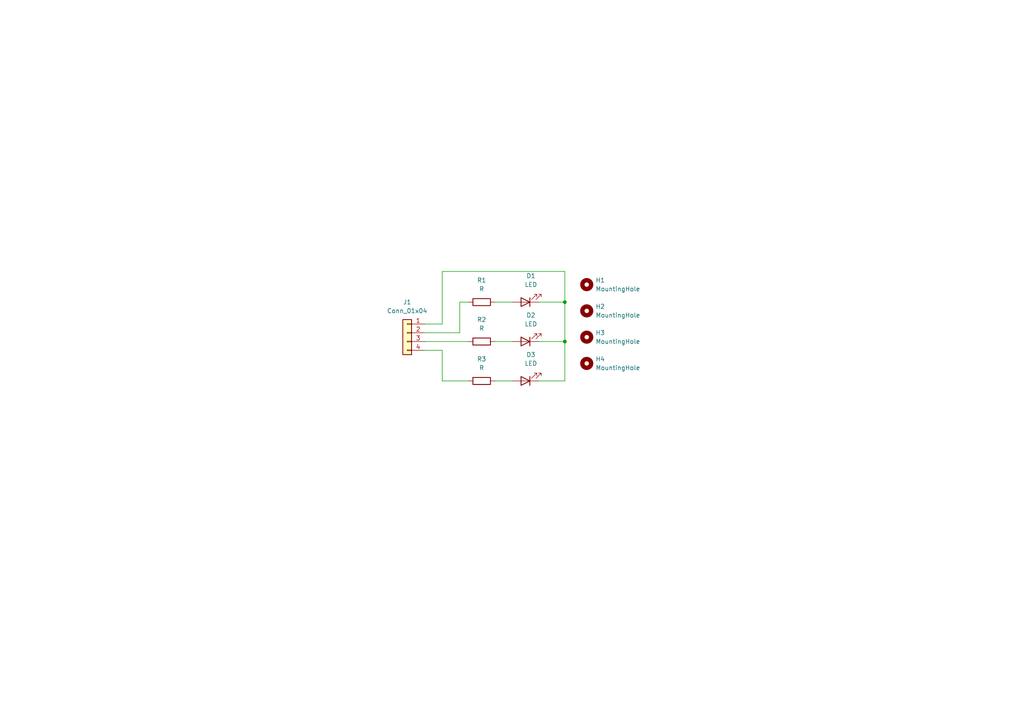
<source format=kicad_sch>
(kicad_sch (version 20211123) (generator eeschema)
  (paper "A4")
  (title_block (title "Traffic lights") (date "2021-12-30") (rev "1.0") (company "Snowlab.com"))
  (lib_symbols
    (symbol "Connector_Generic:Conn_01x04" (pin_names (offset 1.016) hide)
      (property "Reference" "J" (at 0 5.08 0))
      (property "Value" "Conn_01x04" (at 0 -7.62 0))
      (symbol "Conn_01x04_1_1"
        (rectangle (start -1.27 -4.953) (end 0 -5.207) (stroke (width 0.1524)))
        (rectangle (start -1.27 -2.413) (end 0 -2.667) (stroke (width 0.1524)))
        (rectangle (start -1.27 0.127) (end 0 -0.127) (stroke (width 0.1524)))
        (rectangle (start -1.27 2.667) (end 0 2.413) (stroke (width 0.1524)))
        (rectangle (start -1.27 3.81) (end 1.27 -6.35) (stroke (width 0.254)) (fill (type background)))
        (pin passive line (at -5.08 2.54 0) (length 3.81) (name "Pin_1") (number "1"))
        (pin passive line (at -5.08 0 0) (length 3.81) (name "Pin_2") (number "2"))
        (pin passive line (at -5.08 -2.54 0) (length 3.81) (name "Pin_3") (number "3"))
        (pin passive line (at -5.08 -5.08 0) (length 3.81) (name "Pin_4") (number "4"))
      )
    )
    (symbol "Device:LED" (pin_numbers hide) (pin_names (offset 1.016) hide)
      (property "Reference" "D" (at 0 2.54 0))
      (property "Value" "LED" (at 0 -2.54 0))
      (symbol "LED_0_1"
        (polyline (pts (xy -1.27 -1.27) (xy -1.27 1.27)) (stroke (width 0.254)))
        (polyline (pts (xy -1.27 0) (xy 1.27 0)))
        (polyline (pts (xy 1.27 -1.27) (xy 1.27 1.27) (xy -1.27 0) (xy 1.27 -1.27)) (stroke (width 0.254)))
        (polyline (pts (xy -3.048 -0.762) (xy -4.572 -2.286) (xy -3.81 -2.286) (xy -4.572 -2.286) (xy -4.572 -1.524)))
        (polyline (pts (xy -1.778 -0.762) (xy -3.302 -2.286) (xy -2.54 -2.286) (xy -3.302 -2.286) (xy -3.302 -1.524)))
      )
      (symbol "LED_1_1"
        (pin passive line (at -3.81 0 0) (length 2.54) (name "K") (number "1"))
        (pin passive line (at 3.81 0 180) (length 2.54) (name "A") (number "2"))
      )
    )
    (symbol "Device:R" (pin_numbers hide) (pin_names (offset 0))
      (property "Reference" "R" (at 2.032 0 90))
      (property "Value" "R" (at 0 0 90))
      (symbol "R_0_1"
        (rectangle (start -1.016 -2.54) (end 1.016 2.54) (stroke (width 0.254)))
      )
      (symbol "R_1_1"
        (pin passive line (at 0 3.81 270) (length 1.27) (name "~") (number "1"))
        (pin passive line (at 0 -3.81 90) (length 1.27) (name "~") (number "2"))
      )
    )
    (symbol "Mechanical:MountingHole" (pin_names (offset 1.016))
      (property "Reference" "H" (at 0 5.08 0))
      (property "Value" "MountingHole" (at 0 3.175 0))
      (symbol "MountingHole_0_1"
        (circle (center 0 0) (radius 1.27) (stroke (width 1.27)))
      )
    )
  )
  (junction (at 163.83 99.06))
  (junction (at 163.83 87.63))
  (wire (pts (xy 163.83 99.06) (xy 163.83 87.63)))
  (wire (pts (xy 133.35 96.52) (xy 133.35 87.63)))
  (wire (pts (xy 128.27 93.98) (xy 123.19 93.98)))
  (wire (pts (xy 156.21 110.49) (xy 163.83 110.49)))
  (wire (pts (xy 163.83 87.63) (xy 163.83 78.74)))
  (wire (pts (xy 143.51 87.63) (xy 148.59 87.63)))
  (wire (pts (xy 163.83 87.63) (xy 156.21 87.63)))
  (wire (pts (xy 123.19 96.52) (xy 133.35 96.52)))
  (wire (pts (xy 128.27 110.49) (xy 135.89 110.49)))
  (wire (pts (xy 143.51 110.49) (xy 148.59 110.49)))
  (wire (pts (xy 123.19 99.06) (xy 135.89 99.06)))
  (wire (pts (xy 143.51 99.06) (xy 148.59 99.06)))
  (wire (pts (xy 133.35 87.63) (xy 135.89 87.63)))
  (wire (pts (xy 128.27 78.74) (xy 128.27 93.98)))
  (wire (pts (xy 163.83 110.49) (xy 163.83 99.06)))
  (wire (pts (xy 123.19 101.6) (xy 128.27 101.6)))
  (wire (pts (xy 128.27 101.6) (xy 128.27 110.49)))
  (wire (pts (xy 163.83 99.06) (xy 156.21 99.06)))
  (wire (pts (xy 163.83 78.74) (xy 128.27 78.74)))
  (symbol (lib_id "Device:R") (at 139.7 87.63 90) (unit 1)
    (property "Reference" "R1" (at 139.7 81.28 90))
    (property "Value" "R" (at 139.7 83.82 90))
    (property "Footprint" "Resistor_THT:R_Axial_DIN0204_L3.6mm_D1.6mm_P5.08mm_Horizontal" (effects hide))
  )
  (symbol (lib_id "Connector_Generic:Conn_01x04") (at 118.11 96.52 0) (mirror y) (unit 1)
    (property "Reference" "J1" (at 118.11 87.63 0))
    (property "Value" "Conn_01x04" (at 118.11 90.17 0))
    (property "Footprint" "Connector_PinHeader_2.54mm:PinHeader_1x04_P2.54mm_Horizontal" (effects hide))
  )
  (symbol (lib_id "Device:R") (at 139.7 99.06 90) (unit 1)
    (property "Reference" "R2" (at 139.7 92.71 90))
    (property "Value" "R" (at 139.7 95.25 90))
    (property "Footprint" "Resistor_THT:R_Axial_DIN0204_L3.6mm_D1.6mm_P5.08mm_Horizontal" (effects hide))
  )
  (symbol (lib_id "Mechanical:MountingHole") (at 170.18 90.17 0) (unit 1)
    (property "Reference" "H2" (at 172.72 88.8999 0) (effects (justify left)))
    (property "Value" "MountingHole" (at 172.72 91.4399 0) (effects (justify left)))
    (property "Footprint" "MountingHole:MountingHole_2.5mm_Pad" (effects hide))
  )
  (symbol (lib_id "Device:R") (at 139.7 110.49 90) (unit 1)
    (property "Reference" "R3" (at 139.7 104.14 90))
    (property "Value" "R" (at 139.7 106.68 90))
    (property "Footprint" "Resistor_THT:R_Axial_DIN0204_L3.6mm_D1.6mm_P5.08mm_Horizontal" (effects hide))
  )
  (symbol (lib_id "Mechanical:MountingHole") (at 170.18 82.55 0) (unit 1)
    (property "Reference" "H1" (at 172.72 81.2799 0) (effects (justify left)))
    (property "Value" "MountingHole" (at 172.72 83.8199 0) (effects (justify left)))
    (property "Footprint" "MountingHole:MountingHole_2.5mm_Pad" (effects hide))
  )
  (symbol (lib_id "Device:LED") (at 152.4 87.63 180) (unit 1)
    (property "Reference" "D1" (at 153.9875 80.01 0))
    (property "Value" "LED" (at 153.9875 82.55 0))
    (property "Footprint" "LED_THT:LED_D3.0mm" (effects hide))
  )
  (symbol (lib_id "Mechanical:MountingHole") (at 170.18 105.41 0) (unit 1)
    (property "Reference" "H4" (at 172.72 104.1399 0) (effects (justify left)))
    (property "Value" "MountingHole" (at 172.72 106.6799 0) (effects (justify left)))
    (property "Footprint" "MountingHole:MountingHole_2.5mm_Pad" (effects hide))
  )
  (symbol (lib_id "Device:LED") (at 152.4 110.49 180) (unit 1)
    (property "Reference" "D3" (at 153.9875 102.87 0))
    (property "Value" "LED" (at 153.9875 105.41 0))
    (property "Footprint" "LED_THT:LED_D3.0mm" (effects hide))
  )
  (symbol (lib_id "Device:LED") (at 152.4 99.06 180) (unit 1)
    (property "Reference" "D2" (at 153.9875 91.44 0))
    (property "Value" "LED" (at 153.9875 93.98 0))
    (property "Footprint" "LED_THT:LED_D3.0mm" (effects hide))
  )
  (symbol (lib_id "Mechanical:MountingHole") (at 170.18 97.79 0) (unit 1)
    (property "Reference" "H3" (at 172.72 96.5199 0) (effects (justify left)))
    (property "Value" "MountingHole" (at 172.72 99.0599 0) (effects (justify left)))
    (property "Footprint" "MountingHole:MountingHole_2.5mm_Pad" (effects hide))
  )
)
</source>
